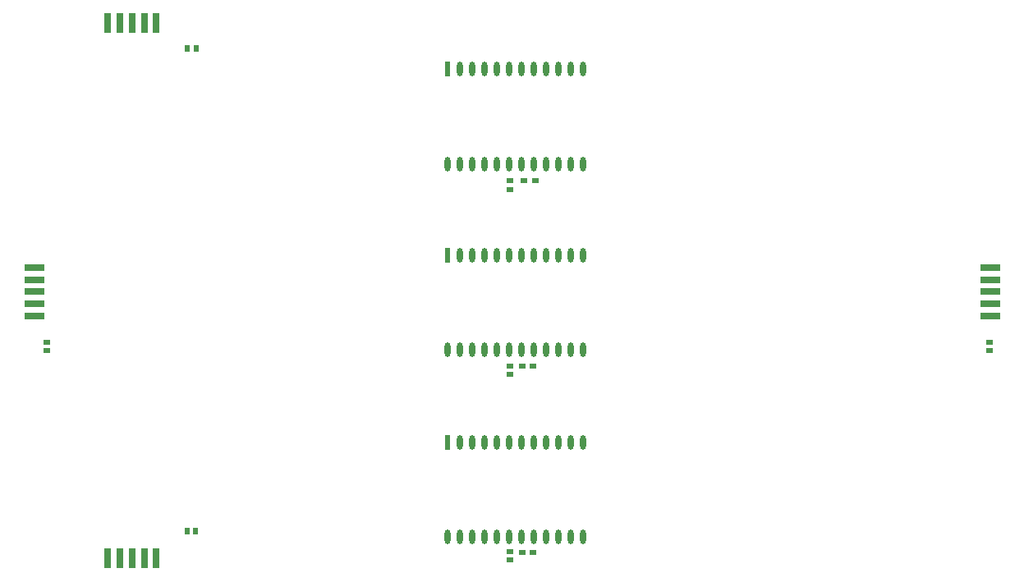
<source format=gbr>
%TF.GenerationSoftware,Altium Limited,Altium Designer,21.8.1 (53)*%
G04 Layer_Color=128*
%FSLAX45Y45*%
%MOMM*%
%TF.SameCoordinates,046F884E-5673-4B57-908A-D09F833A34A9*%
%TF.FilePolarity,Positive*%
%TF.FileFunction,Paste,Bot*%
%TF.Part,Single*%
G01*
G75*
%TA.AperFunction,SMDPad,CuDef*%
%ADD17R,0.64000X0.60000*%
%ADD18R,0.75000X0.60000*%
%ADD19O,0.60000X1.50000*%
%ADD20R,0.60000X1.50000*%
%ADD21R,0.60000X0.64000*%
%ADD22R,0.64000X0.50000*%
%TA.AperFunction,ConnectorPad*%
%ADD23R,2.00000X0.80000*%
%ADD24R,0.80000X2.00000*%
D17*
X13150000Y6086000D02*
D03*
Y6174000D02*
D03*
X18093240Y8329998D02*
D03*
Y8241998D02*
D03*
X13150000Y9994000D02*
D03*
Y9906000D02*
D03*
X13148000Y8084000D02*
D03*
Y7996000D02*
D03*
D18*
X13292500Y10000000D02*
D03*
X13407500D02*
D03*
X13385001Y6162500D02*
D03*
X13270000D02*
D03*
X13272501Y8082500D02*
D03*
X13387500D02*
D03*
D19*
X13897000Y8250000D02*
D03*
X13770000D02*
D03*
X13642999D02*
D03*
X13516000D02*
D03*
X13389000D02*
D03*
X13262000D02*
D03*
X13135001D02*
D03*
X13008000D02*
D03*
X12881000D02*
D03*
X12754000D02*
D03*
X12627000D02*
D03*
X12500000D02*
D03*
X13897000Y9230000D02*
D03*
X13770000D02*
D03*
X13642999D02*
D03*
X13516000D02*
D03*
X13389000D02*
D03*
X13262000D02*
D03*
X13135001D02*
D03*
X13008000D02*
D03*
X12881000D02*
D03*
X12754000D02*
D03*
X12627000D02*
D03*
X13897000Y10170000D02*
D03*
X13770000D02*
D03*
X13642999D02*
D03*
X13516000D02*
D03*
X13389000D02*
D03*
X13262000D02*
D03*
X13135001D02*
D03*
X13008000D02*
D03*
X12881000D02*
D03*
X12754000D02*
D03*
X12627000D02*
D03*
X12500000D02*
D03*
X13897000Y11150000D02*
D03*
X13770000D02*
D03*
X13642999D02*
D03*
X13516000D02*
D03*
X13389000D02*
D03*
X13262000D02*
D03*
X13135001D02*
D03*
X13008000D02*
D03*
X12881000D02*
D03*
X12754000D02*
D03*
X12627000D02*
D03*
Y7300000D02*
D03*
X12754000D02*
D03*
X12881000D02*
D03*
X13008000D02*
D03*
X13135001D02*
D03*
X13262000D02*
D03*
X13389000D02*
D03*
X13516000D02*
D03*
X13642999D02*
D03*
X13770000D02*
D03*
X13897000D02*
D03*
X12500000Y6320000D02*
D03*
X12627000D02*
D03*
X12754000D02*
D03*
X12881000D02*
D03*
X13008000D02*
D03*
X13135001D02*
D03*
X13262000D02*
D03*
X13389000D02*
D03*
X13516000D02*
D03*
X13642999D02*
D03*
X13770000D02*
D03*
X13897000D02*
D03*
D20*
X12500000Y9230000D02*
D03*
Y11150000D02*
D03*
Y7300000D02*
D03*
D21*
X9818824Y6377999D02*
D03*
X9906824D02*
D03*
X9820159Y11364222D02*
D03*
X9908159D02*
D03*
D22*
X8367500Y8331500D02*
D03*
Y8243500D02*
D03*
D23*
X18100000Y9100000D02*
D03*
Y8975000D02*
D03*
Y8850000D02*
D03*
Y8725000D02*
D03*
Y8600000D02*
D03*
X8240000Y8850000D02*
D03*
Y9100000D02*
D03*
Y8975000D02*
D03*
Y8725000D02*
D03*
Y8600000D02*
D03*
D24*
X9000000Y6100000D02*
D03*
X9125000D02*
D03*
X9250000D02*
D03*
X9375000D02*
D03*
X9500000D02*
D03*
X9000000Y11620000D02*
D03*
X9125000D02*
D03*
X9250000D02*
D03*
X9375000D02*
D03*
X9500000D02*
D03*
%TF.MD5,9ca9d6058d16e1a29818779f97c2aba2*%
M02*

</source>
